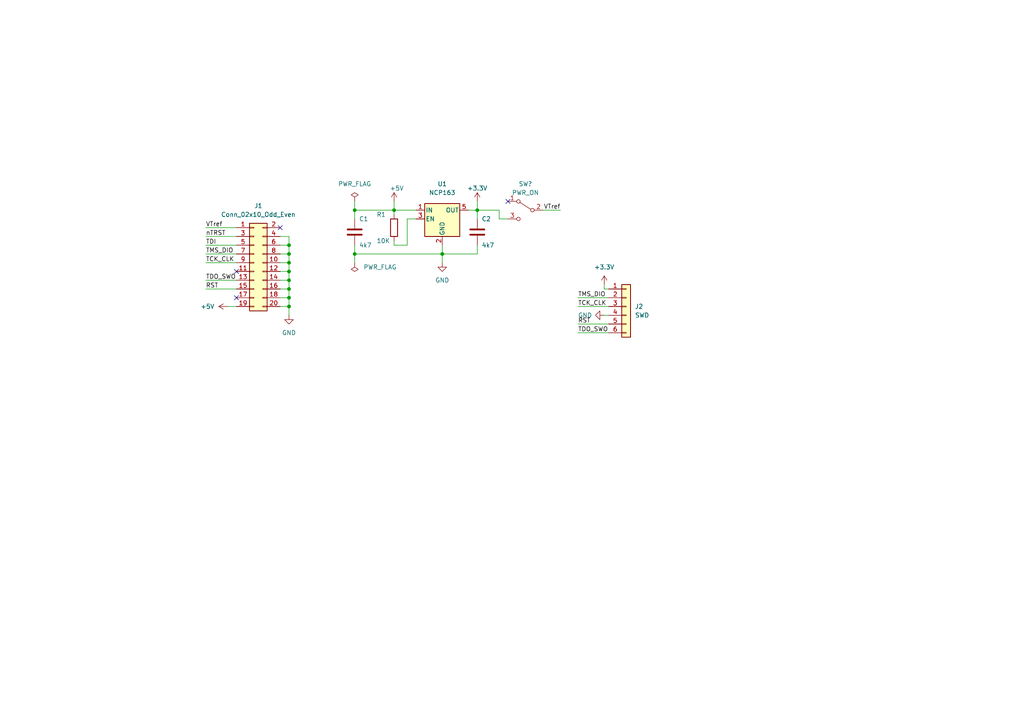
<source format=kicad_sch>
(kicad_sch (version 20211123) (generator eeschema)
  (paper "A4")
  (lib_symbols
    (symbol "Connector_Generic:Conn_01x06" (pin_names (offset 1.016) hide)
      (property "Reference" "J" (at 0 7.62 0))
      (property "Value" "Conn_01x06" (at 0 -10.16 0))
      (symbol "Conn_01x06_1_1"
        (rectangle (start -1.27 -7.493) (end 0 -7.747) (stroke (width 0.1524)))
        (rectangle (start -1.27 -4.953) (end 0 -5.207) (stroke (width 0.1524)))
        (rectangle (start -1.27 -2.413) (end 0 -2.667) (stroke (width 0.1524)))
        (rectangle (start -1.27 0.127) (end 0 -0.127) (stroke (width 0.1524)))
        (rectangle (start -1.27 2.667) (end 0 2.413) (stroke (width 0.1524)))
        (rectangle (start -1.27 5.207) (end 0 4.953) (stroke (width 0.1524)))
        (rectangle (start -1.27 6.35) (end 1.27 -8.89) (stroke (width 0.254)) (fill (type background)))
        (pin passive line (at -5.08 5.08 0) (length 3.81) (name "Pin_1") (number "1"))
        (pin passive line (at -5.08 2.54 0) (length 3.81) (name "Pin_2") (number "2"))
        (pin passive line (at -5.08 0 0) (length 3.81) (name "Pin_3") (number "3"))
        (pin passive line (at -5.08 -2.54 0) (length 3.81) (name "Pin_4") (number "4"))
        (pin passive line (at -5.08 -5.08 0) (length 3.81) (name "Pin_5") (number "5"))
        (pin passive line (at -5.08 -7.62 0) (length 3.81) (name "Pin_6") (number "6"))
      )
    )
    (symbol "Connector_Generic:Conn_02x10_Odd_Even" (pin_names (offset 1.016) hide)
      (property "Reference" "J" (at 1.27 12.7 0))
      (property "Value" "Conn_02x10_Odd_Even" (at 1.27 -15.24 0))
      (symbol "Conn_02x10_Odd_Even_1_1"
        (rectangle (start -1.27 -12.573) (end 0 -12.827) (stroke (width 0.1524)))
        (rectangle (start -1.27 -10.033) (end 0 -10.287) (stroke (width 0.1524)))
        (rectangle (start -1.27 -7.493) (end 0 -7.747) (stroke (width 0.1524)))
        (rectangle (start -1.27 -4.953) (end 0 -5.207) (stroke (width 0.1524)))
        (rectangle (start -1.27 -2.413) (end 0 -2.667) (stroke (width 0.1524)))
        (rectangle (start -1.27 0.127) (end 0 -0.127) (stroke (width 0.1524)))
        (rectangle (start -1.27 2.667) (end 0 2.413) (stroke (width 0.1524)))
        (rectangle (start -1.27 5.207) (end 0 4.953) (stroke (width 0.1524)))
        (rectangle (start -1.27 7.747) (end 0 7.493) (stroke (width 0.1524)))
        (rectangle (start -1.27 10.287) (end 0 10.033) (stroke (width 0.1524)))
        (rectangle (start -1.27 11.43) (end 3.81 -13.97) (stroke (width 0.254)) (fill (type background)))
        (rectangle (start 3.81 -12.573) (end 2.54 -12.827) (stroke (width 0.1524)))
        (rectangle (start 3.81 -10.033) (end 2.54 -10.287) (stroke (width 0.1524)))
        (rectangle (start 3.81 -7.493) (end 2.54 -7.747) (stroke (width 0.1524)))
        (rectangle (start 3.81 -4.953) (end 2.54 -5.207) (stroke (width 0.1524)))
        (rectangle (start 3.81 -2.413) (end 2.54 -2.667) (stroke (width 0.1524)))
        (rectangle (start 3.81 0.127) (end 2.54 -0.127) (stroke (width 0.1524)))
        (rectangle (start 3.81 2.667) (end 2.54 2.413) (stroke (width 0.1524)))
        (rectangle (start 3.81 5.207) (end 2.54 4.953) (stroke (width 0.1524)))
        (rectangle (start 3.81 7.747) (end 2.54 7.493) (stroke (width 0.1524)))
        (rectangle (start 3.81 10.287) (end 2.54 10.033) (stroke (width 0.1524)))
        (pin passive line (at -5.08 10.16 0) (length 3.81) (name "Pin_1") (number "1"))
        (pin passive line (at 7.62 0 180) (length 3.81) (name "Pin_10") (number "10"))
        (pin passive line (at -5.08 -2.54 0) (length 3.81) (name "Pin_11") (number "11"))
        (pin passive line (at 7.62 -2.54 180) (length 3.81) (name "Pin_12") (number "12"))
        (pin passive line (at -5.08 -5.08 0) (length 3.81) (name "Pin_13") (number "13"))
        (pin passive line (at 7.62 -5.08 180) (length 3.81) (name "Pin_14") (number "14"))
        (pin passive line (at -5.08 -7.62 0) (length 3.81) (name "Pin_15") (number "15"))
        (pin passive line (at 7.62 -7.62 180) (length 3.81) (name "Pin_16") (number "16"))
        (pin passive line (at -5.08 -10.16 0) (length 3.81) (name "Pin_17") (number "17"))
        (pin passive line (at 7.62 -10.16 180) (length 3.81) (name "Pin_18") (number "18"))
        (pin passive line (at -5.08 -12.7 0) (length 3.81) (name "Pin_19") (number "19"))
        (pin passive line (at 7.62 10.16 180) (length 3.81) (name "Pin_2") (number "2"))
        (pin passive line (at 7.62 -12.7 180) (length 3.81) (name "Pin_20") (number "20"))
        (pin passive line (at -5.08 7.62 0) (length 3.81) (name "Pin_3") (number "3"))
        (pin passive line (at 7.62 7.62 180) (length 3.81) (name "Pin_4") (number "4"))
        (pin passive line (at -5.08 5.08 0) (length 3.81) (name "Pin_5") (number "5"))
        (pin passive line (at 7.62 5.08 180) (length 3.81) (name "Pin_6") (number "6"))
        (pin passive line (at -5.08 2.54 0) (length 3.81) (name "Pin_7") (number "7"))
        (pin passive line (at 7.62 2.54 180) (length 3.81) (name "Pin_8") (number "8"))
        (pin passive line (at -5.08 0 0) (length 3.81) (name "Pin_9") (number "9"))
      )
    )
    (symbol "Device:C" (pin_numbers hide) (pin_names (offset 0.254))
      (property "Reference" "C" (at 0.635 2.54 0))
      (property "Value" "C" (at 0.635 -2.54 0))
      (symbol "C_0_1"
        (polyline (pts (xy -2.032 -0.762) (xy 2.032 -0.762)) (stroke (width 0.508)))
        (polyline (pts (xy -2.032 0.762) (xy 2.032 0.762)) (stroke (width 0.508)))
      )
      (symbol "C_1_1"
        (pin passive line (at 0 3.81 270) (length 2.794) (name "~") (number "1"))
        (pin passive line (at 0 -3.81 90) (length 2.794) (name "~") (number "2"))
      )
    )
    (symbol "Device:R" (pin_numbers hide) (pin_names (offset 0))
      (property "Reference" "R" (at 2.032 0 90))
      (property "Value" "R" (at 0 0 90))
      (symbol "R_0_1"
        (rectangle (start -1.016 -2.54) (end 1.016 2.54) (stroke (width 0.254)))
      )
      (symbol "R_1_1"
        (pin passive line (at 0 3.81 270) (length 1.27) (name "~") (number "1"))
        (pin passive line (at 0 -3.81 90) (length 1.27) (name "~") (number "2"))
      )
    )
    (symbol "Regulator_Linear:TLV70012_SOT23-5" (pin_names (offset 0.254))
      (property "Reference" "U" (at -3.81 5.715 0))
      (property "Value" "TLV70012_SOT23-5" (at 0 5.715 0))
      (symbol "TLV70012_SOT23-5_0_1"
        (rectangle (start -5.08 4.445) (end 5.08 -5.08) (stroke (width 0.254)) (fill (type background)))
      )
      (symbol "TLV70012_SOT23-5_1_1"
        (pin power_in line (at -7.62 2.54 0) (length 2.54) (name "IN") (number "1"))
        (pin power_in line (at 0 -7.62 90) (length 2.54) (name "GND") (number "2"))
        (pin input line (at -7.62 0 0) (length 2.54) (name "EN") (number "3"))
        (pin no_connect line (at 5.08 0 180) (length 2.54) hide (name "NC") (number "4"))
        (pin power_out line (at 7.62 2.54 180) (length 2.54) (name "OUT") (number "5"))
      )
    )
    (symbol "Switch:SW_SPDT" (pin_names (offset 0) hide)
      (property "Reference" "SW" (at 0 4.318 0))
      (property "Value" "SW_SPDT" (at 0 -5.08 0))
      (symbol "SW_SPDT_0_0"
        (circle (center -2.032 0) (radius 0.508))
        (circle (center 2.032 -2.54) (radius 0.508))
      )
      (symbol "SW_SPDT_0_1"
        (polyline (pts (xy -1.524 0.254) (xy 1.651 2.286)))
        (circle (center 2.032 2.54) (radius 0.508))
      )
      (symbol "SW_SPDT_1_1"
        (pin passive line (at 5.08 2.54 180) (length 2.54) (name "A") (number "1"))
        (pin passive line (at -5.08 0 0) (length 2.54) (name "B") (number "2"))
        (pin passive line (at 5.08 -2.54 180) (length 2.54) (name "C") (number "3"))
      )
    )
    (symbol "power:+3.3V" (power) (pin_names (offset 0))
      (property "Value" "+3.3V" (at 0 3.556 0))
      (symbol "+3.3V_0_1"
        (polyline (pts (xy -0.762 1.27) (xy 0 2.54)))
        (polyline (pts (xy 0 0) (xy 0 2.54)))
        (polyline (pts (xy 0 2.54) (xy 0.762 1.27)))
      )
      (symbol "+3.3V_1_1"
        (pin power_in line (at 0 0 90) (length 0) hide (name "+3.3V") (number "1"))
      )
    )
    (symbol "power:+5V" (power) (pin_names (offset 0))
      (property "Value" "+5V" (at 0 3.556 0))
      (symbol "+5V_0_1"
        (polyline (pts (xy -0.762 1.27) (xy 0 2.54)))
        (polyline (pts (xy 0 0) (xy 0 2.54)))
        (polyline (pts (xy 0 2.54) (xy 0.762 1.27)))
      )
      (symbol "+5V_1_1"
        (pin power_in line (at 0 0 90) (length 0) hide (name "+5V") (number "1"))
      )
    )
    (symbol "power:GND" (power) (pin_names (offset 0))
      (property "Value" "GND" (at 0 -3.81 0))
      (symbol "GND_0_1"
        (polyline (pts (xy 0 0) (xy 0 -1.27) (xy 1.27 -1.27) (xy 0 -2.54) (xy -1.27 -1.27) (xy 0 -1.27)))
      )
      (symbol "GND_1_1"
        (pin power_in line (at 0 0 270) (length 0) hide (name "GND") (number "1"))
      )
    )
    (symbol "power:PWR_FLAG" (power) (pin_numbers hide) (pin_names (offset 0) hide)
      (property "Value" "PWR_FLAG" (at 0 3.81 0))
      (symbol "PWR_FLAG_0_0"
        (pin power_out line (at 0 0 90) (length 0) (name "pwr") (number "1"))
      )
      (symbol "PWR_FLAG_0_1"
        (polyline (pts (xy 0 0) (xy 0 1.27) (xy -1.016 1.905) (xy 0 2.54) (xy 1.016 1.905) (xy 0 1.27)))
      )
    )
  )
  (junction (at 83.82 88.9))
  (junction (at 102.87 60.96))
  (junction (at 83.82 78.74))
  (junction (at 83.82 86.36))
  (junction (at 83.82 81.28))
  (junction (at 114.3 60.96))
  (junction (at 83.82 73.66))
  (junction (at 102.87 73.66))
  (junction (at 83.82 83.82))
  (junction (at 83.82 71.12))
  (junction (at 83.82 76.2))
  (junction (at 128.27 73.66))
  (junction (at 138.43 60.96))
  (no_connect (at 81.28 66.04))
  (no_connect (at 68.58 86.36))
  (no_connect (at 68.58 78.74))
  (no_connect (at 147.32 58.42))
  (wire (pts (xy 128.27 73.66) (xy 128.27 76.2)))
  (wire (pts (xy 128.27 73.66) (xy 102.87 73.66)))
  (wire (pts (xy 167.64 86.36) (xy 176.53 86.36)))
  (wire (pts (xy 167.64 96.52) (xy 176.53 96.52)))
  (wire (pts (xy 59.69 83.82) (xy 68.58 83.82)))
  (wire (pts (xy 114.3 58.42) (xy 114.3 60.96)))
  (wire (pts (xy 138.43 60.96) (xy 138.43 63.5)))
  (wire (pts (xy 175.26 91.44) (xy 176.53 91.44)))
  (wire (pts (xy 135.89 60.96) (xy 138.43 60.96)))
  (wire (pts (xy 59.69 68.58) (xy 68.58 68.58)))
  (wire (pts (xy 138.43 71.12) (xy 138.43 73.66)))
  (wire (pts (xy 59.69 73.66) (xy 68.58 73.66)))
  (wire (pts (xy 102.87 58.42) (xy 102.87 60.96)))
  (wire (pts (xy 83.82 71.12) (xy 83.82 68.58)))
  (wire (pts (xy 83.82 78.74) (xy 83.82 76.2)))
  (wire (pts (xy 167.64 88.9) (xy 176.53 88.9)))
  (wire (pts (xy 102.87 73.66) (xy 102.87 76.2)))
  (wire (pts (xy 102.87 60.96) (xy 102.87 63.5)))
  (wire (pts (xy 167.64 93.98) (xy 176.53 93.98)))
  (wire (pts (xy 175.26 83.82) (xy 175.26 82.55)))
  (wire (pts (xy 114.3 69.85) (xy 114.3 71.12)))
  (wire (pts (xy 138.43 73.66) (xy 128.27 73.66)))
  (wire (pts (xy 114.3 71.12) (xy 118.11 71.12)))
  (wire (pts (xy 83.82 88.9) (xy 83.82 86.36)))
  (wire (pts (xy 147.32 63.5) (xy 144.78 63.5)))
  (wire (pts (xy 59.69 76.2) (xy 68.58 76.2)))
  (wire (pts (xy 81.28 71.12) (xy 83.82 71.12)))
  (wire (pts (xy 176.53 83.82) (xy 175.26 83.82)))
  (wire (pts (xy 128.27 71.12) (xy 128.27 73.66)))
  (wire (pts (xy 81.28 86.36) (xy 83.82 86.36)))
  (wire (pts (xy 59.69 81.28) (xy 68.58 81.28)))
  (wire (pts (xy 81.28 83.82) (xy 83.82 83.82)))
  (wire (pts (xy 83.82 73.66) (xy 83.82 71.12)))
  (wire (pts (xy 81.28 88.9) (xy 83.82 88.9)))
  (wire (pts (xy 83.82 68.58) (xy 81.28 68.58)))
  (wire (pts (xy 83.82 83.82) (xy 83.82 81.28)))
  (wire (pts (xy 81.28 81.28) (xy 83.82 81.28)))
  (wire (pts (xy 81.28 78.74) (xy 83.82 78.74)))
  (wire (pts (xy 83.82 76.2) (xy 83.82 73.66)))
  (wire (pts (xy 144.78 63.5) (xy 144.78 60.96)))
  (wire (pts (xy 83.82 86.36) (xy 83.82 83.82)))
  (wire (pts (xy 157.48 60.96) (xy 162.56 60.96)))
  (wire (pts (xy 83.82 91.44) (xy 83.82 88.9)))
  (wire (pts (xy 59.69 71.12) (xy 68.58 71.12)))
  (wire (pts (xy 144.78 60.96) (xy 138.43 60.96)))
  (wire (pts (xy 138.43 60.96) (xy 138.43 58.42)))
  (wire (pts (xy 118.11 63.5) (xy 120.65 63.5)))
  (wire (pts (xy 66.04 88.9) (xy 68.58 88.9)))
  (wire (pts (xy 83.82 81.28) (xy 83.82 78.74)))
  (wire (pts (xy 102.87 71.12) (xy 102.87 73.66)))
  (wire (pts (xy 114.3 60.96) (xy 102.87 60.96)))
  (wire (pts (xy 114.3 60.96) (xy 114.3 62.23)))
  (wire (pts (xy 81.28 76.2) (xy 83.82 76.2)))
  (wire (pts (xy 114.3 60.96) (xy 120.65 60.96)))
  (wire (pts (xy 59.69 66.04) (xy 68.58 66.04)))
  (wire (pts (xy 118.11 71.12) (xy 118.11 63.5)))
  (wire (pts (xy 81.28 73.66) (xy 83.82 73.66)))
  (label "TDO_SWO" (at 59.69 81.28 0))
  (label "VTref" (at 59.69 66.04 0))
  (label "TDI" (at 59.69 71.12 0))
  (label "RST" (at 59.69 83.82 0))
  (label "VTref" (at 162.56 60.96 180))
  (label "TMS_DIO" (at 59.69 73.66 0))
  (label "TDO_SWO" (at 167.64 96.52 0))
  (label "RST" (at 167.64 93.98 0))
  (label "TMS_DIO" (at 167.64 86.36 0))
  (label "TCK_CLK" (at 167.64 88.9 0))
  (label "TCK_CLK" (at 59.69 76.2 0))
  (label "nTRST" (at 59.69 68.58 0))
  (symbol (lib_id "power:PWR_FLAG") (at 102.87 76.2 180) (unit 1)
    (property "Reference" "#FLG0102" (effects hide))
    (property "Value" "PWR_FLAG" (at 105.41 77.4699 0) (effects (justify right)))
  )
  (symbol (lib_id "Device:R") (at 114.3 66.04 0) (unit 1)
    (property "Reference" "R1" (at 109.22 62.23 0) (effects (justify left)))
    (property "Value" "10K" (at 109.22 69.85 0) (effects (justify left)))
    (property "Footprint" "Resistor_SMD:R_0603_1608Metric_Pad0.98x0.95mm_HandSolder" (effects hide))
  )
  (symbol (lib_id "power:+3.3V") (at 175.26 82.55 0) (unit 1)
    (property "Reference" "#PWR06" (effects hide))
    (property "Value" "+3.3V" (at 175.26 77.47 0))
  )
  (symbol (lib_id "Switch:SW_SPDT") (at 152.4 60.96 0) (mirror y) (unit 1)
    (property "Reference" "SW?" (at 152.4 53.34 0))
    (property "Value" "PWR_ON" (at 152.4 55.88 0))
  )
  (symbol (lib_id "power:+5V") (at 66.04 88.9 90) (unit 1)
    (property "Reference" "#PWR01" (effects hide))
    (property "Value" "+5V" (at 62.23 88.8999 90) (effects (justify left)))
  )
  (symbol (lib_id "Device:C") (at 102.87 67.31 0) (unit 1)
    (property "Reference" "C1" (at 104.14 63.5 0) (effects (justify left)))
    (property "Value" "4k7" (at 104.14 71.12 0) (effects (justify left)))
    (property "Footprint" "Capacitor_SMD:C_0603_1608Metric_Pad1.08x0.95mm_HandSolder" (effects hide))
  )
  (symbol (lib_id "Regulator_Linear:TLV70012_SOT23-5") (at 128.27 63.5 0) (unit 1)
    (property "Reference" "U1" (at 128.27 53.34 0))
    (property "Value" "NCP163" (at 128.27 55.88 0))
    (property "Footprint" "Package_TO_SOT_SMD:SOT-23-5" (effects hide))
  )
  (symbol (lib_id "Device:C") (at 138.43 67.31 0) (unit 1)
    (property "Reference" "C2" (at 139.7 63.5 0) (effects (justify left)))
    (property "Value" "4k7" (at 139.7 71.12 0) (effects (justify left)))
    (property "Footprint" "Capacitor_SMD:C_0603_1608Metric_Pad1.08x0.95mm_HandSolder" (effects hide))
  )
  (symbol (lib_id "power:+5V") (at 114.3 58.42 0) (unit 1)
    (property "Reference" "#PWR03" (effects hide))
    (property "Value" "+5V" (at 113.03 54.61 0) (effects (justify left)))
  )
  (symbol (lib_id "power:GND") (at 83.82 91.44 0) (unit 1)
    (property "Reference" "#PWR02" (effects hide))
    (property "Value" "GND" (at 83.82 96.52 0))
  )
  (symbol (lib_id "power:PWR_FLAG") (at 102.87 58.42 0) (unit 1)
    (property "Reference" "#FLG0101" (effects hide))
    (property "Value" "PWR_FLAG" (at 102.87 53.34 0))
  )
  (symbol (lib_id "power:GND") (at 128.27 76.2 0) (unit 1)
    (property "Reference" "#PWR04" (effects hide))
    (property "Value" "GND" (at 128.27 81.28 0))
  )
  (symbol (lib_id "Connector_Generic:Conn_02x10_Odd_Even") (at 73.66 76.2 0) (unit 1)
    (property "Reference" "J1" (at 74.93 59.69 0))
    (property "Value" "Conn_02x10_Odd_Even" (at 74.93 62.23 0))
    (property "Footprint" "Connector_PinSocket_2.54mm:PinSocket_2x10_P2.54mm_Horizontal" (effects hide))
  )
  (symbol (lib_id "power:GND") (at 175.26 91.44 270) (mirror x) (unit 1)
    (property "Reference" "#PWR07" (effects hide))
    (property "Value" "GND" (at 167.64 91.44 90) (effects (justify left)))
  )
  (symbol (lib_id "power:+3.3V") (at 138.43 58.42 0) (unit 1)
    (property "Reference" "#PWR05" (effects hide))
    (property "Value" "+3.3V" (at 138.43 54.61 0))
  )
  (symbol (lib_id "Connector_Generic:Conn_01x06") (at 181.61 88.9 0) (unit 1)
    (property "Reference" "J2" (at 184.15 88.8999 0) (effects (justify left)))
    (property "Value" "SWD" (at 184.15 91.4399 0) (effects (justify left)))
    (property "Footprint" "Connector_PinHeader_2.54mm:PinHeader_1x06_P2.54mm_Horizontal" (effects hide))
  )
)
</source>
